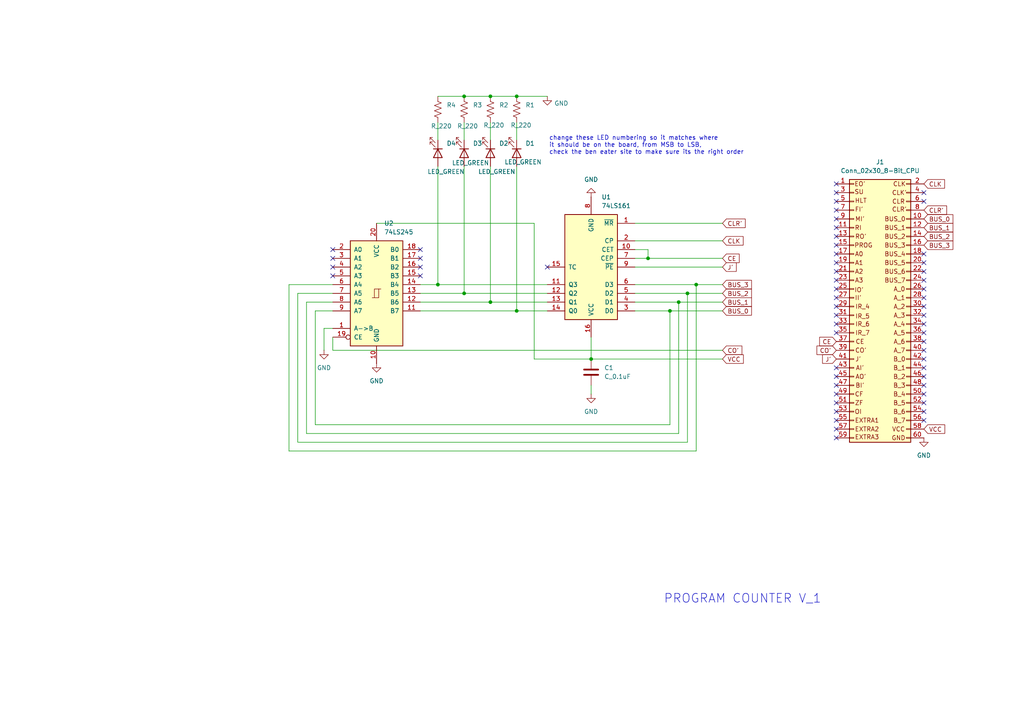
<source format=kicad_sch>
(kicad_sch (version 20231120) (generator "eeschema") (generator_version "8.0")
  (paper "A4")
  (lib_symbols
    (symbol "74xx:74LS161" (pin_names (offset 1.016))
      (property "Reference" "U" (at -7.62 16.51 0))
      (property "Value" "74LS161" (at -7.62 -16.51 0))
      (symbol "74LS161_1_0"
        (pin input line (at -12.7 -12.7 0) (length 5.08) (name "~{MR}") (number "1"))
        (pin input line (at -12.7 -5.08 0) (length 5.08) (name "CET") (number "10"))
        (pin output line (at 12.7 5.08 180) (length 5.08) (name "Q3") (number "11"))
        (pin output line (at 12.7 7.62 180) (length 5.08) (name "Q2") (number "12"))
        (pin output line (at 12.7 10.16 180) (length 5.08) (name "Q1") (number "13"))
        (pin output line (at 12.7 12.7 180) (length 5.08) (name "Q0") (number "14"))
        (pin output line (at 12.7 0 180) (length 5.08) (name "TC") (number "15"))
        (pin power_in line (at 0 20.32 270) (length 5.08) (name "VCC") (number "16"))
        (pin input line (at -12.7 -7.62 0) (length 5.08) (name "CP") (number "2"))
        (pin input line (at -12.7 12.7 0) (length 5.08) (name "D0") (number "3"))
        (pin input line (at -12.7 10.16 0) (length 5.08) (name "D1") (number "4"))
        (pin input line (at -12.7 7.62 0) (length 5.08) (name "D2") (number "5"))
        (pin input line (at -12.7 5.08 0) (length 5.08) (name "D3") (number "6"))
        (pin input line (at -12.7 -2.54 0) (length 5.08) (name "CEP") (number "7"))
        (pin power_in line (at 0 -20.32 90) (length 5.08) (name "GND") (number "8"))
        (pin input line (at -12.7 0 0) (length 5.08) (name "~{PE}") (number "9"))
      )
      (symbol "74LS161_1_1"
        (rectangle (start -7.62 15.24) (end 7.62 -15.24) (stroke (width 0.254)) (fill (type background)))
      )
    )
    (symbol "74xx:74LS245" (pin_names (offset 1.016))
      (property "Reference" "U" (at -7.62 16.51 0))
      (property "Value" "74LS245" (at -7.62 -16.51 0))
      (symbol "74LS245_1_0"
        (polyline (pts (xy -0.635 -1.27) (xy -0.635 1.27) (xy 0.635 1.27)))
        (polyline (pts (xy -1.27 -1.27) (xy 0.635 -1.27) (xy 0.635 1.27) (xy 1.27 1.27)))
        (pin input line (at -12.7 -10.16 0) (length 5.08) (name "A->B") (number "1"))
        (pin power_in line (at 0 -20.32 90) (length 5.08) (name "GND") (number "10"))
        (pin tri_state line (at 12.7 -5.08 180) (length 5.08) (name "B7") (number "11"))
        (pin tri_state line (at 12.7 -2.54 180) (length 5.08) (name "B6") (number "12"))
        (pin tri_state line (at 12.7 0 180) (length 5.08) (name "B5") (number "13"))
        (pin tri_state line (at 12.7 2.54 180) (length 5.08) (name "B4") (number "14"))
        (pin tri_state line (at 12.7 5.08 180) (length 5.08) (name "B3") (number "15"))
        (pin tri_state line (at 12.7 7.62 180) (length 5.08) (name "B2") (number "16"))
        (pin tri_state line (at 12.7 10.16 180) (length 5.08) (name "B1") (number "17"))
        (pin tri_state line (at 12.7 12.7 180) (length 5.08) (name "B0") (number "18"))
        (pin input inverted (at -12.7 -12.7 0) (length 5.08) (name "CE") (number "19"))
        (pin tri_state line (at -12.7 12.7 0) (length 5.08) (name "A0") (number "2"))
        (pin power_in line (at 0 20.32 270) (length 5.08) (name "VCC") (number "20"))
        (pin tri_state line (at -12.7 10.16 0) (length 5.08) (name "A1") (number "3"))
        (pin tri_state line (at -12.7 7.62 0) (length 5.08) (name "A2") (number "4"))
        (pin tri_state line (at -12.7 5.08 0) (length 5.08) (name "A3") (number "5"))
        (pin tri_state line (at -12.7 2.54 0) (length 5.08) (name "A4") (number "6"))
        (pin tri_state line (at -12.7 0 0) (length 5.08) (name "A5") (number "7"))
        (pin tri_state line (at -12.7 -2.54 0) (length 5.08) (name "A6") (number "8"))
        (pin tri_state line (at -12.7 -5.08 0) (length 5.08) (name "A7") (number "9"))
      )
      (symbol "74LS245_1_1"
        (rectangle (start -7.62 15.24) (end 7.62 -15.24) (stroke (width 0.254)) (fill (type background)))
      )
    )
    (symbol "8_Bit_CPU_Bus_Header:8_Bit_CPU_Bus_Pin_header" (pin_names (offset 1.016) hide)
      (property "Reference" "J" (at 7.62 38.1 0))
      (property "Value" "Conn_02x30_8-Bit_CPU " (at 2.794 -41.148 0))
      (symbol "8_Bit_CPU_Bus_Pin_header_1_1"
        (rectangle (start -7.62 -37.973) (end -6.35 -38.227) (stroke (width 0.1524)))
        (rectangle (start -7.62 -35.433) (end -6.35 -35.687) (stroke (width 0.1524)))
        (rectangle (start -7.62 -32.893) (end -6.35 -33.147) (stroke (width 0.1524)))
        (rectangle (start -7.62 -30.353) (end -6.35 -30.607) (stroke (width 0.1524)))
        (rectangle (start -7.62 -27.813) (end -6.35 -28.067) (stroke (width 0.1524)))
        (rectangle (start -7.62 -25.273) (end -6.35 -25.527) (stroke (width 0.1524)))
        (rectangle (start -7.62 -22.733) (end -6.35 -22.987) (stroke (width 0.1524)))
        (rectangle (start -7.62 -20.193) (end -6.35 -20.447) (stroke (width 0.1524)))
        (rectangle (start -7.62 -17.653) (end -6.35 -17.907) (stroke (width 0.1524)))
        (rectangle (start -7.62 -15.113) (end -6.35 -15.367) (stroke (width 0.1524)))
        (rectangle (start -7.62 -12.573) (end -6.35 -12.827) (stroke (width 0.1524)))
        (rectangle (start -7.62 -10.033) (end -6.35 -10.287) (stroke (width 0.1524)))
        (rectangle (start -7.62 -7.493) (end -6.35 -7.747) (stroke (width 0.1524)))
        (rectangle (start -7.62 -4.953) (end -6.35 -5.207) (stroke (width 0.1524)))
        (rectangle (start -7.62 -2.413) (end -6.35 -2.667) (stroke (width 0.1524)))
        (rectangle (start -7.62 0.127) (end -6.35 -0.127) (stroke (width 0.1524)))
        (rectangle (start -7.62 2.667) (end -6.35 2.413) (stroke (width 0.1524)))
        (rectangle (start -7.62 5.207) (end -6.35 4.953) (stroke (width 0.1524)))
        (rectangle (start -7.62 7.747) (end -6.35 7.493) (stroke (width 0.1524)))
        (rectangle (start -7.62 10.287) (end -6.35 10.033) (stroke (width 0.1524)))
        (rectangle (start -7.62 12.827) (end -6.35 12.573) (stroke (width 0.1524)))
        (rectangle (start -7.62 15.367) (end -6.35 15.113) (stroke (width 0.1524)))
        (rectangle (start -7.62 17.907) (end -6.35 17.653) (stroke (width 0.1524)))
        (rectangle (start -7.62 20.447) (end -6.35 20.193) (stroke (width 0.1524)))
        (rectangle (start -7.62 22.987) (end -6.35 22.733) (stroke (width 0.1524)))
        (rectangle (start -7.62 25.527) (end -6.35 25.273) (stroke (width 0.1524)))
        (rectangle (start -7.62 28.067) (end -6.35 27.813) (stroke (width 0.1524)))
        (rectangle (start -7.62 30.607) (end -6.35 30.353) (stroke (width 0.1524)))
        (rectangle (start -7.62 33.147) (end -6.35 32.893) (stroke (width 0.1524)))
        (rectangle (start -7.62 35.687) (end -6.35 35.433) (stroke (width 0.1524)))
        (rectangle (start -7.62 36.83) (end 10.16 -39.37) (stroke (width 0.254)) (fill (type background)))
        (rectangle (start 10.16 -37.973) (end 8.89 -38.227) (stroke (width 0.1524)))
        (rectangle (start 10.16 -35.433) (end 8.89 -35.687) (stroke (width 0.1524)))
        (rectangle (start 10.16 -32.893) (end 8.89 -33.147) (stroke (width 0.1524)))
        (rectangle (start 10.16 -30.353) (end 8.89 -30.607) (stroke (width 0.1524)))
        (rectangle (start 10.16 -27.813) (end 8.89 -28.067) (stroke (width 0.1524)))
        (rectangle (start 10.16 -25.273) (end 8.89 -25.527) (stroke (width 0.1524)))
        (rectangle (start 10.16 -22.733) (end 8.89 -22.987) (stroke (width 0.1524)))
        (rectangle (start 10.16 -20.193) (end 8.89 -20.447) (stroke (width 0.1524)))
        (rectangle (start 10.16 -17.653) (end 8.89 -17.907) (stroke (width 0.1524)))
        (rectangle (start 10.16 -15.113) (end 8.89 -15.367) (stroke (width 0.1524)))
        (rectangle (start 10.16 -12.573) (end 8.89 -12.827) (stroke (width 0.1524)))
        (rectangle (start 10.16 -10.033) (end 8.89 -10.287) (stroke (width 0.1524)))
        (rectangle (start 10.16 -7.493) (end 8.89 -7.747) (stroke (width 0.1524)))
        (rectangle (start 10.16 -4.953) (end 8.89 -5.207) (stroke (width 0.1524)))
        (rectangle (start 10.16 -2.413) (end 8.89 -2.667) (stroke (width 0.1524)))
        (rectangle (start 10.16 0.127) (end 8.89 -0.127) (stroke (width 0.1524)))
        (rectangle (start 10.16 2.667) (end 8.89 2.413) (stroke (width 0.1524)))
        (rectangle (start 10.16 5.207) (end 8.89 4.953) (stroke (width 0.1524)))
        (rectangle (start 10.16 7.747) (end 8.89 7.493) (stroke (width 0.1524)))
        (rectangle (start 10.16 10.287) (end 8.89 10.033) (stroke (width 0.1524)))
        (rectangle (start 10.16 12.827) (end 8.89 12.573) (stroke (width 0.1524)))
        (rectangle (start 10.16 15.367) (end 8.89 15.113) (stroke (width 0.1524)))
        (rectangle (start 10.16 17.907) (end 8.89 17.653) (stroke (width 0.1524)))
        (rectangle (start 10.16 20.447) (end 8.89 20.193) (stroke (width 0.1524)))
        (rectangle (start 10.16 22.987) (end 8.89 22.733) (stroke (width 0.1524)))
        (rectangle (start 10.16 25.527) (end 8.89 25.273) (stroke (width 0.1524)))
        (rectangle (start 10.16 28.067) (end 8.89 27.813) (stroke (width 0.1524)))
        (rectangle (start 10.16 30.607) (end 8.89 30.353) (stroke (width 0.1524)))
        (rectangle (start 10.16 33.147) (end 8.89 32.893) (stroke (width 0.1524)))
        (rectangle (start 10.16 35.687) (end 8.89 35.433) (stroke (width 0.1524)))
        (text "A0" (at -4.826 15.24 0) (effects (font (size 1.27 1.27))))
        (text "A1" (at -4.826 12.7 0) (effects (font (size 1.27 1.27))))
        (text "A2" (at -4.826 10.16 0) (effects (font (size 1.27 1.27))))
        (text "A3" (at -4.826 7.62 0) (effects (font (size 1.27 1.27))))
        (text "A_0" (at 6.858 5.08 0) (effects (font (size 1.27 1.27))))
        (text "A_1" (at 6.858 2.54 0) (effects (font (size 1.27 1.27))))
        (text "A_2" (at 6.858 0 0) (effects (font (size 1.27 1.27))))
        (text "A_3" (at 6.858 -2.54 0) (effects (font (size 1.27 1.27))))
        (text "A_4" (at 6.858 -5.08 0) (effects (font (size 1.27 1.27))))
        (text "A_5" (at 6.858 -7.62 0) (effects (font (size 1.27 1.27))))
        (text "A_6" (at 6.858 -10.16 0) (effects (font (size 1.27 1.27))))
        (text "A_7" (at 6.858 -12.7 0) (effects (font (size 1.27 1.27))))
        (text "AI'" (at -4.572 -17.78 0) (effects (font (size 1.27 1.27))))
        (text "AO'" (at -4.318 -20.32 0) (effects (font (size 1.27 1.27))))
        (text "B_0" (at 6.858 -15.24 0) (effects (font (size 1.27 1.27))))
        (text "B_1" (at 6.858 -17.78 0) (effects (font (size 1.27 1.27))))
        (text "B_2" (at 6.858 -20.32 0) (effects (font (size 1.27 1.27))))
        (text "B_3" (at 6.858 -22.86 0) (effects (font (size 1.27 1.27))))
        (text "B_4" (at 6.858 -25.4 0) (effects (font (size 1.27 1.27))))
        (text "B_5" (at 6.858 -27.94 0) (effects (font (size 1.27 1.27))))
        (text "B_6" (at 6.858 -30.48 0) (effects (font (size 1.27 1.27))))
        (text "B_7" (at 6.858 -33.02 0) (effects (font (size 1.27 1.27))))
        (text "BI'" (at -4.572 -22.86 0) (effects (font (size 1.27 1.27))))
        (text "BUS_0" (at 5.588 25.4 0) (effects (font (size 1.27 1.27))))
        (text "BUS_1" (at 5.588 22.86 0) (effects (font (size 1.27 1.27))))
        (text "BUS_2" (at 5.588 20.32 0) (effects (font (size 1.27 1.27))))
        (text "BUS_3" (at 5.588 17.78 0) (effects (font (size 1.27 1.27))))
        (text "BUS_4" (at 5.588 15.24 0) (effects (font (size 1.27 1.27))))
        (text "BUS_5" (at 5.588 12.7 0) (effects (font (size 1.27 1.27))))
        (text "BUS_6" (at 5.588 10.16 0) (effects (font (size 1.27 1.27))))
        (text "BUS_7" (at 5.588 7.62 0) (effects (font (size 1.27 1.27))))
        (text "CE" (at -4.572 -10.16 0) (effects (font (size 1.27 1.27))))
        (text "CF" (at -4.826 -25.4 0) (effects (font (size 1.27 1.27))))
        (text "CLK" (at 6.858 35.56 0) (effects (font (size 1.27 1.27))))
        (text "CLK'" (at 6.858 33.02 0) (effects (font (size 1.27 1.27))))
        (text "CLR" (at 6.604 30.48 0) (effects (font (size 1.27 1.27))))
        (text "CLR'" (at 6.858 28.194 0) (effects (font (size 1.27 1.27))))
        (text "CO'" (at -4.318 -12.7 0) (effects (font (size 1.27 1.27))))
        (text "EO'" (at -4.572 35.56 0) (effects (font (size 1.27 1.27))))
        (text "EXTRA1" (at -2.54 -33.02 0) (effects (font (size 1.27 1.27))))
        (text "EXTRA2" (at -2.54 -35.56 0) (effects (font (size 1.27 1.27))))
        (text "EXTRA3" (at -2.54 -37.846 0) (effects (font (size 1.27 1.27))))
        (text "FI'" (at -4.826 28.194 0) (effects (font (size 1.27 1.27))))
        (text "GND" (at 6.604 -38.1 0) (effects (font (size 1.27 1.27))))
        (text "HLT" (at -4.318 30.734 0) (effects (font (size 1.27 1.27))))
        (text "II'" (at -5.08 2.54 0) (effects (font (size 1.27 1.27))))
        (text "IO'" (at -4.826 4.826 0) (effects (font (size 1.27 1.27))))
        (text "IR_4" (at -3.81 0 0) (effects (font (size 1.27 1.27))))
        (text "IR_5" (at -3.81 -2.794 0) (effects (font (size 1.27 1.27))))
        (text "IR_6" (at -3.81 -5.08 0) (effects (font (size 1.27 1.27))))
        (text "IR_7" (at -3.81 -7.62 0) (effects (font (size 1.27 1.27))))
        (text "J'" (at -5.08 -15.24 0) (effects (font (size 1.27 1.27))))
        (text "MI'" (at -4.572 25.4 0) (effects (font (size 1.27 1.27))))
        (text "OI" (at -5.08 -30.48 0) (effects (font (size 1.27 1.27))))
        (text "PROG" (at -3.556 17.78 0) (effects (font (size 1.27 1.27))))
        (text "RI" (at -5.08 22.86 0) (effects (font (size 1.27 1.27))))
        (text "RO'" (at -4.318 20.32 0) (effects (font (size 1.27 1.27))))
        (text "SU" (at -4.826 33.274 0) (effects (font (size 1.27 1.27))))
        (text "VCC" (at 6.604 -35.56 0) (effects (font (size 1.27 1.27))))
        (text "ZF" (at -4.826 -27.94 0) (effects (font (size 1.27 1.27))))
        (pin passive line (at -11.43 35.56 0) (length 3.81) (name "Pin_1") (number "1"))
        (pin passive line (at 13.97 25.4 180) (length 3.81) (name "Pin_10") (number "10"))
        (pin passive line (at -11.43 22.86 0) (length 3.81) (name "Pin_11") (number "11"))
        (pin passive line (at 13.97 22.86 180) (length 3.81) (name "Pin_12") (number "12"))
        (pin passive line (at -11.43 20.32 0) (length 3.81) (name "Pin_13") (number "13"))
        (pin passive line (at 13.97 20.32 180) (length 3.81) (name "Pin_14") (number "14"))
        (pin passive line (at -11.43 17.78 0) (length 3.81) (name "Pin_15") (number "15"))
        (pin passive line (at 13.97 17.78 180) (length 3.81) (name "Pin_16") (number "16"))
        (pin passive line (at -11.43 15.24 0) (length 3.81) (name "Pin_17") (number "17"))
        (pin passive line (at 13.97 15.24 180) (length 3.81) (name "Pin_18") (number "18"))
        (pin passive line (at -11.43 12.7 0) (length 3.81) (name "Pin_19") (number "19"))
        (pin passive line (at 13.97 35.56 180) (length 3.81) (name "Pin_2") (number "2"))
        (pin passive line (at 13.97 12.7 180) (length 3.81) (name "Pin_20") (number "20"))
        (pin passive line (at -11.43 10.16 0) (length 3.81) (name "Pin_21") (number "21"))
        (pin passive line (at 13.97 10.16 180) (length 3.81) (name "Pin_22") (number "22"))
        (pin passive line (at -11.43 7.62 0) (length 3.81) (name "Pin_23") (number "23"))
        (pin passive line (at 13.97 7.62 180) (length 3.81) (name "Pin_24") (number "24"))
        (pin passive line (at -11.43 5.08 0) (length 3.81) (name "Pin_25") (number "25"))
        (pin passive line (at 13.97 5.08 180) (length 3.81) (name "Pin_26") (number "26"))
        (pin passive line (at -11.43 2.54 0) (length 3.81) (name "Pin_27") (number "27"))
        (pin passive line (at 13.97 2.54 180) (length 3.81) (name "Pin_28") (number "28"))
        (pin passive line (at -11.43 0 0) (length 3.81) (name "Pin_29") (number "29"))
        (pin passive line (at -11.43 33.02 0) (length 3.81) (name "Pin_3") (number "3"))
        (pin passive line (at 13.97 0 180) (length 3.81) (name "Pin_30") (number "30"))
        (pin passive line (at -11.43 -2.54 0) (length 3.81) (name "Pin_31") (number "31"))
        (pin passive line (at 13.97 -2.54 180) (length 3.81) (name "Pin_32") (number "32"))
        (pin passive line (at -11.43 -5.08 0) (length 3.81) (name "Pin_33") (number "33"))
        (pin passive line (at 13.97 -5.08 180) (length 3.81) (name "Pin_34") (number "34"))
        (pin passive line (at -11.43 -7.62 0) (length 3.81) (name "Pin_35") (number "35"))
        (pin passive line (at 13.97 -7.62 180) (length 3.81) (name "Pin_36") (number "36"))
        (pin passive line (at -11.43 -10.16 0) (length 3.81) (name "Pin_37") (number "37"))
        (pin passive line (at 13.97 -10.16 180) (length 3.81) (name "Pin_38") (number "38"))
        (pin passive line (at -11.43 -12.7 0) (length 3.81) (name "Pin_39") (number "39"))
        (pin passive line (at 13.97 33.02 180) (length 3.81) (name "Pin_4") (number "4"))
        (pin passive line (at 13.97 -12.7 180) (length 3.81) (name "Pin_40") (number "40"))
        (pin passive line (at -11.43 -15.24 0) (length 3.81) (name "Pin_41") (number "41"))
        (pin passive line (at 13.97 -15.24 180) (length 3.81) (name "Pin_42") (number "42"))
        (pin passive line (at -11.43 -17.78 0) (length 3.81) (name "Pin_43") (number "43"))
        (pin passive line (at 13.97 -17.78 180) (length 3.81) (name "Pin_44") (number "44"))
        (pin passive line (at -11.43 -20.32 0) (length 3.81) (name "Pin_45") (number "45"))
        (pin passive line (at 13.97 -20.32 180) (length 3.81) (name "Pin_46") (number "46"))
        (pin passive line (at -11.43 -22.86 0) (length 3.81) (name "Pin_47") (number "47"))
        (pin passive line (at 13.97 -22.86 180) (length 3.81) (name "Pin_48") (number "48"))
        (pin passive line (at -11.43 -25.4 0) (length 3.81) (name "Pin_49") (number "49"))
        (pin passive line (at -11.43 30.48 0) (length 3.81) (name "Pin_5") (number "5"))
        (pin passive line (at 13.97 -25.4 180) (length 3.81) (name "Pin_50") (number "50"))
        (pin passive line (at -11.43 -27.94 0) (length 3.81) (name "Pin_51") (number "51"))
        (pin passive line (at 13.97 -27.94 180) (length 3.81) (name "Pin_52") (number "52"))
        (pin passive line (at -11.43 -30.48 0) (length 3.81) (name "Pin_53") (number "53"))
        (pin passive line (at 13.97 -30.48 180) (length 3.81) (name "Pin_54") (number "54"))
        (pin passive line (at -11.43 -33.02 0) (length 3.81) (name "Pin_55") (number "55"))
        (pin passive line (at 13.97 -33.02 180) (length 3.81) (name "Pin_56") (number "56"))
        (pin passive line (at -11.43 -35.56 0) (length 3.81) (name "Pin_57") (number "57"))
        (pin passive line (at 13.97 -35.56 180) (length 3.81) (name "Pin_58") (number "58"))
        (pin passive line (at -11.43 -38.1 0) (length 3.81) (name "Pin_59") (number "59"))
        (pin passive line (at 13.97 30.48 180) (length 3.81) (name "Pin_6") (number "6"))
        (pin passive line (at 13.97 -38.1 180) (length 3.81) (name "Pin_60") (number "60"))
        (pin passive line (at -11.43 27.94 0) (length 3.81) (name "Pin_7") (number "7"))
        (pin passive line (at 13.97 27.94 180) (length 3.81) (name "Pin_8") (number "8"))
        (pin passive line (at -11.43 25.4 0) (length 3.81) (name "Pin_9") (number "9"))
      )
    )
    (symbol "Device:C" (pin_numbers hide) (pin_names (offset 0.254))
      (property "Reference" "C" (at 0.635 2.54 0))
      (property "Value" "C" (at 0.635 -2.54 0))
      (symbol "C_0_1"
        (polyline (pts (xy -2.032 -0.762) (xy 2.032 -0.762)) (stroke (width 0.508)))
        (polyline (pts (xy -2.032 0.762) (xy 2.032 0.762)) (stroke (width 0.508)))
      )
      (symbol "C_1_1"
        (pin passive line (at 0 3.81 270) (length 2.794) (name "~") (number "1"))
        (pin passive line (at 0 -3.81 90) (length 2.794) (name "~") (number "2"))
      )
    )
    (symbol "Device:LED" (pin_numbers hide) (pin_names (offset 1.016) hide)
      (property "Reference" "D" (at 0 2.54 0))
      (property "Value" "LED" (at 0 -2.54 0))
      (symbol "LED_0_1"
        (polyline (pts (xy -1.27 -1.27) (xy -1.27 1.27)) (stroke (width 0.254)))
        (polyline (pts (xy -1.27 0) (xy 1.27 0)))
        (polyline (pts (xy 1.27 -1.27) (xy 1.27 1.27) (xy -1.27 0) (xy 1.27 -1.27)) (stroke (width 0.254)))
        (polyline (pts (xy -3.048 -0.762) (xy -4.572 -2.286) (xy -3.81 -2.286) (xy -4.572 -2.286) (xy -4.572 -1.524)))
        (polyline (pts (xy -1.778 -0.762) (xy -3.302 -2.286) (xy -2.54 -2.286) (xy -3.302 -2.286) (xy -3.302 -1.524)))
      )
      (symbol "LED_1_1"
        (pin passive line (at -3.81 0 0) (length 2.54) (name "K") (number "1"))
        (pin passive line (at 3.81 0 180) (length 2.54) (name "A") (number "2"))
      )
    )
    (symbol "Device:R_US" (pin_numbers hide) (pin_names (offset 0))
      (property "Reference" "R" (at 2.54 0 90))
      (property "Value" "R_US" (at -2.54 0 90))
      (symbol "R_US_0_1"
        (polyline (pts (xy 0 -2.286) (xy 0 -2.54)))
        (polyline (pts (xy 0 2.286) (xy 0 2.54)))
        (polyline (pts (xy 0 -0.762) (xy 1.016 -1.143) (xy 0 -1.524) (xy -1.016 -1.905) (xy 0 -2.286)))
        (polyline (pts (xy 0 0.762) (xy 1.016 0.381) (xy 0 0) (xy -1.016 -0.381) (xy 0 -0.762)))
        (polyline (pts (xy 0 2.286) (xy 1.016 1.905) (xy 0 1.524) (xy -1.016 1.143) (xy 0 0.762)))
      )
      (symbol "R_US_1_1"
        (pin passive line (at 0 3.81 270) (length 1.27) (name "~") (number "1"))
        (pin passive line (at 0 -3.81 90) (length 1.27) (name "~") (number "2"))
      )
    )
    (symbol "power:GND" (power) (pin_numbers hide) (pin_names (offset 0) hide)
      (property "Value" "GND" (at 0 -3.81 0))
      (symbol "GND_0_1"
        (polyline (pts (xy 0 0) (xy 0 -1.27) (xy 1.27 -1.27) (xy 0 -2.54) (xy -1.27 -1.27) (xy 0 -1.27)))
      )
      (symbol "GND_1_1"
        (pin power_in line (at 0 0 270) (length 0) (name "~") (number "1"))
      )
    )
  )
  (junction (at 187.96 74.93))
  (junction (at 142.24 87.63))
  (junction (at 149.86 27.94))
  (junction (at 142.24 27.94))
  (junction (at 196.85 87.63))
  (junction (at 134.62 85.09))
  (junction (at 149.86 90.17))
  (junction (at 127 82.55))
  (junction (at 199.39 85.09))
  (junction (at 134.62 27.94))
  (junction (at 171.45 104.14))
  (junction (at 194.31 90.17))
  (junction (at 201.93 82.55))
  (no_connect (at 242.57 68.58))
  (no_connect (at 267.97 55.88))
  (no_connect (at 267.97 91.44))
  (no_connect (at 267.97 93.98))
  (no_connect (at 267.97 78.74))
  (no_connect (at 242.57 121.92))
  (no_connect (at 242.57 81.28))
  (no_connect (at 242.57 63.5))
  (no_connect (at 242.57 78.74))
  (no_connect (at 267.97 116.84))
  (no_connect (at 242.57 124.46))
  (no_connect (at 121.92 74.93))
  (no_connect (at 96.52 80.01))
  (no_connect (at 242.57 96.52))
  (no_connect (at 267.97 104.14))
  (no_connect (at 267.97 121.92))
  (no_connect (at 242.57 76.2))
  (no_connect (at 267.97 81.28))
  (no_connect (at 242.57 106.68))
  (no_connect (at 242.57 114.3))
  (no_connect (at 267.97 73.66))
  (no_connect (at 267.97 96.52))
  (no_connect (at 242.57 58.42))
  (no_connect (at 121.92 77.47))
  (no_connect (at 267.97 86.36))
  (no_connect (at 267.97 83.82))
  (no_connect (at 267.97 109.22))
  (no_connect (at 242.57 91.44))
  (no_connect (at 96.52 74.93))
  (no_connect (at 242.57 73.66))
  (no_connect (at 242.57 86.36))
  (no_connect (at 242.57 71.12))
  (no_connect (at 267.97 114.3))
  (no_connect (at 242.57 93.98))
  (no_connect (at 242.57 66.04))
  (no_connect (at 242.57 53.34))
  (no_connect (at 267.97 106.68))
  (no_connect (at 267.97 101.6))
  (no_connect (at 121.92 72.39))
  (no_connect (at 242.57 60.96))
  (no_connect (at 242.57 88.9))
  (no_connect (at 242.57 127))
  (no_connect (at 267.97 119.38))
  (no_connect (at 242.57 55.88))
  (no_connect (at 267.97 76.2))
  (no_connect (at 96.52 72.39))
  (no_connect (at 121.92 80.01))
  (no_connect (at 267.97 58.42))
  (no_connect (at 267.97 99.06))
  (no_connect (at 158.75 77.47))
  (no_connect (at 242.57 111.76))
  (no_connect (at 267.97 111.76))
  (no_connect (at 242.57 116.84))
  (no_connect (at 242.57 83.82))
  (no_connect (at 242.57 119.38))
  (no_connect (at 96.52 77.47))
  (no_connect (at 242.57 109.22))
  (no_connect (at 267.97 88.9))
  (wire (pts (xy 93.98 95.25) (xy 93.98 101.6)))
  (wire (pts (xy 201.93 82.55) (xy 201.93 130.81)))
  (wire (pts (xy 184.15 85.09) (xy 199.39 85.09)))
  (wire (pts (xy 194.31 90.17) (xy 194.31 123.19)))
  (wire (pts (xy 154.94 104.14) (xy 171.45 104.14)))
  (wire (pts (xy 184.15 74.93) (xy 187.96 74.93)))
  (wire (pts (xy 201.93 130.81) (xy 83.82 130.81)))
  (wire (pts (xy 196.85 87.63) (xy 209.55 87.63)))
  (wire (pts (xy 184.15 77.47) (xy 209.55 77.47)))
  (wire (pts (xy 196.85 87.63) (xy 196.85 125.73)))
  (wire (pts (xy 154.94 64.77) (xy 154.94 104.14)))
  (wire (pts (xy 134.62 27.94) (xy 142.24 27.94)))
  (wire (pts (xy 121.92 90.17) (xy 149.86 90.17)))
  (wire (pts (xy 121.92 85.09) (xy 134.62 85.09)))
  (wire (pts (xy 184.15 69.85) (xy 209.55 69.85)))
  (wire (pts (xy 127 82.55) (xy 158.75 82.55)))
  (wire (pts (xy 134.62 35.56) (xy 134.62 40.64)))
  (wire (pts (xy 149.86 35.56) (xy 149.86 40.64)))
  (wire (pts (xy 83.82 130.81) (xy 83.82 82.55)))
  (wire (pts (xy 184.15 64.77) (xy 209.55 64.77)))
  (wire (pts (xy 184.15 82.55) (xy 201.93 82.55)))
  (wire (pts (xy 134.62 85.09) (xy 158.75 85.09)))
  (wire (pts (xy 184.15 90.17) (xy 194.31 90.17)))
  (wire (pts (xy 171.45 104.14) (xy 209.55 104.14)))
  (wire (pts (xy 121.92 87.63) (xy 142.24 87.63)))
  (wire (pts (xy 88.9 125.73) (xy 196.85 125.73)))
  (wire (pts (xy 171.45 97.79) (xy 171.45 104.14)))
  (wire (pts (xy 142.24 35.56) (xy 142.24 40.64)))
  (wire (pts (xy 194.31 90.17) (xy 209.55 90.17)))
  (wire (pts (xy 86.36 85.09) (xy 86.36 128.27)))
  (wire (pts (xy 142.24 27.94) (xy 149.86 27.94)))
  (wire (pts (xy 184.15 87.63) (xy 196.85 87.63)))
  (wire (pts (xy 91.44 90.17) (xy 91.44 123.19)))
  (wire (pts (xy 109.22 64.77) (xy 154.94 64.77)))
  (wire (pts (xy 88.9 87.63) (xy 88.9 125.73)))
  (wire (pts (xy 171.45 114.3) (xy 171.45 111.76)))
  (wire (pts (xy 96.52 90.17) (xy 91.44 90.17)))
  (wire (pts (xy 96.52 85.09) (xy 86.36 85.09)))
  (wire (pts (xy 142.24 87.63) (xy 158.75 87.63)))
  (wire (pts (xy 142.24 48.26) (xy 142.24 87.63)))
  (wire (pts (xy 199.39 85.09) (xy 199.39 128.27)))
  (wire (pts (xy 187.96 74.93) (xy 209.55 74.93)))
  (wire (pts (xy 187.96 72.39) (xy 187.96 74.93)))
  (wire (pts (xy 199.39 85.09) (xy 209.55 85.09)))
  (wire (pts (xy 134.62 48.26) (xy 134.62 85.09)))
  (wire (pts (xy 96.52 97.79) (xy 96.52 101.6)))
  (wire (pts (xy 149.86 90.17) (xy 158.75 90.17)))
  (wire (pts (xy 127 48.26) (xy 127 82.55)))
  (wire (pts (xy 83.82 82.55) (xy 96.52 82.55)))
  (wire (pts (xy 149.86 27.94) (xy 158.75 27.94)))
  (wire (pts (xy 96.52 87.63) (xy 88.9 87.63)))
  (wire (pts (xy 121.92 82.55) (xy 127 82.55)))
  (wire (pts (xy 201.93 82.55) (xy 209.55 82.55)))
  (wire (pts (xy 127 27.94) (xy 134.62 27.94)))
  (wire (pts (xy 86.36 128.27) (xy 199.39 128.27)))
  (wire (pts (xy 149.86 48.26) (xy 149.86 90.17)))
  (wire (pts (xy 96.52 95.25) (xy 93.98 95.25)))
  (wire (pts (xy 91.44 123.19) (xy 194.31 123.19)))
  (wire (pts (xy 96.52 101.6) (xy 209.55 101.6)))
  (wire (pts (xy 127 35.56) (xy 127 40.64)))
  (wire (pts (xy 184.15 72.39) (xy 187.96 72.39)))
  (text "PROGRAM COUNTER V_1" (at 215.392 173.736 0) (effects (font (size 2.54 2.54))))
  (text "change these LED numbering so it matches where \nit should be on the board, from MSB to LSB, \ncheck the ben eater site to make sure its the right order" (at 159.258 42.164 0) (effects (font (size 1.27 1.27)) (justify left)))
  (global_label "VCC" (shape input) (at 267.97 124.46 0) (property "Intersheetrefs" "${INTERSHEET_REFS}" (effects (hide yes))))
  (global_label "VCC" (shape input) (at 209.55 104.14 0) (property "Intersheetrefs" "${INTERSHEET_REFS}" (effects (hide yes))))
  (global_label "BUS_1" (shape input) (at 267.97 66.04 0) (property "Intersheetrefs" "${INTERSHEET_REFS}" (effects (hide yes))))
  (global_label "J'" (shape input) (at 209.55 77.47 0) (property "Intersheetrefs" "${INTERSHEET_REFS}" (effects (hide yes))))
  (global_label "J'" (shape input) (at 242.57 104.14 180) (property "Intersheetrefs" "${INTERSHEET_REFS}" (effects (hide yes))))
  (global_label "BUS_3" (shape input) (at 267.97 71.12 0) (property "Intersheetrefs" "${INTERSHEET_REFS}" (effects (hide yes))))
  (global_label "CE" (shape input) (at 209.55 74.93 0) (property "Intersheetrefs" "${INTERSHEET_REFS}" (effects (hide yes))))
  (global_label "CLK" (shape input) (at 209.55 69.85 0) (property "Intersheetrefs" "${INTERSHEET_REFS}" (effects (hide yes))))
  (global_label "BUS_2" (shape input) (at 209.55 85.09 0) (property "Intersheetrefs" "${INTERSHEET_REFS}" (effects (hide yes))))
  (global_label "CLK" (shape input) (at 267.97 53.34 0) (property "Intersheetrefs" "${INTERSHEET_REFS}" (effects (hide yes))))
  (global_label "CLR'" (shape input) (at 209.55 64.77 0) (property "Intersheetrefs" "${INTERSHEET_REFS}" (effects (hide yes))))
  (global_label "BUS_1" (shape input) (at 209.55 87.63 0) (property "Intersheetrefs" "${INTERSHEET_REFS}" (effects (hide yes))))
  (global_label "CE" (shape input) (at 242.57 99.06 180) (property "Intersheetrefs" "${INTERSHEET_REFS}" (effects (hide yes))))
  (global_label "CO'" (shape input) (at 242.57 101.6 180) (property "Intersheetrefs" "${INTERSHEET_REFS}" (effects (hide yes))))
  (global_label "BUS_0" (shape input) (at 209.55 90.17 0) (property "Intersheetrefs" "${INTERSHEET_REFS}" (effects (hide yes))))
  (global_label "BUS_0" (shape input) (at 267.97 63.5 0) (property "Intersheetrefs" "${INTERSHEET_REFS}" (effects (hide yes))))
  (global_label "BUS_3" (shape input) (at 209.55 82.55 0) (property "Intersheetrefs" "${INTERSHEET_REFS}" (effects (hide yes))))
  (global_label "BUS_2" (shape input) (at 267.97 68.58 0) (property "Intersheetrefs" "${INTERSHEET_REFS}" (effects (hide yes))))
  (global_label "CLR'" (shape input) (at 267.97 60.96 0) (property "Intersheetrefs" "${INTERSHEET_REFS}" (effects (hide yes))))
  (global_label "CO'" (shape input) (at 209.55 101.6 0) (property "Intersheetrefs" "${INTERSHEET_REFS}" (effects (hide yes))))
  (symbol (lib_id "power:GND") (at 171.45 57.15 180) (unit 1)
    (property "Reference" "#PWR05" (effects (hide yes)))
    (property "Value" "GND" (at 171.45 52.07 0))
    (property "Description" "Power symbol creates a global label with name \"GND\" , ground" (effects (hide yes)))
  )
  (symbol (lib_id "Device:R_US") (at 127 31.75 0) (unit 1)
    (property "Reference" "R4" (at 129.54 30.4799 0) (effects (justify left)))
    (property "Value" "R_220" (at 124.968 36.576 0) (effects (justify left)))
    (property "Footprint" "Resistor_THT:R_Axial_DIN0207_L6.3mm_D2.5mm_P10.16mm_Horizontal" (effects (hide yes)))
    (property "Description" "Resistor, US symbol" (effects (hide yes)))
  )
  (symbol (lib_id "Device:LED") (at 142.24 44.45 270) (unit 1)
    (property "Reference" "D2" (at 144.78 41.5924 90) (effects (justify left)))
    (property "Value" "LED_GREEN" (at 138.684 49.784 90) (effects (justify left)))
    (property "Footprint" "LED_THT:LED_D5.0mm" (effects (hide yes)))
    (property "Description" "Light emitting diode" (effects (hide yes)))
  )
  (symbol (lib_id "Device:R_US") (at 149.86 31.75 0) (unit 1)
    (property "Reference" "R1" (at 152.4 30.4799 0) (effects (justify left)))
    (property "Value" "R_220" (at 148.082 36.322 0) (effects (justify left)))
    (property "Footprint" "Resistor_THT:R_Axial_DIN0207_L6.3mm_D2.5mm_P10.16mm_Horizontal" (effects (hide yes)))
    (property "Description" "Resistor, US symbol" (effects (hide yes)))
  )
  (symbol (lib_id "Device:LED") (at 134.62 44.45 270) (unit 1)
    (property "Reference" "D3" (at 137.16 41.5924 90) (effects (justify left)))
    (property "Value" "LED_GREEN" (at 131.064 47.244 90) (effects (justify left)))
    (property "Footprint" "LED_THT:LED_D5.0mm" (effects (hide yes)))
    (property "Description" "Light emitting diode" (effects (hide yes)))
  )
  (symbol (lib_id "Device:LED") (at 127 44.45 270) (unit 1)
    (property "Reference" "D4" (at 129.54 41.5924 90) (effects (justify left)))
    (property "Value" "LED_GREEN" (at 123.952 49.784 90) (effects (justify left)))
    (property "Footprint" "LED_THT:LED_D5.0mm" (effects (hide yes)))
    (property "Description" "Light emitting diode" (effects (hide yes)))
  )
  (symbol (lib_id "power:GND") (at 171.45 114.3 0) (unit 1)
    (property "Reference" "#PWR02" (effects (hide yes)))
    (property "Value" "GND" (at 171.45 119.38 0))
    (property "Description" "Power symbol creates a global label with name \"GND\" , ground" (effects (hide yes)))
  )
  (symbol (lib_id "74xx:74LS161") (at 171.45 77.47 180) (unit 1)
    (property "Reference" "U1" (at 174.4665 57.15 0) (effects (justify right)))
    (property "Value" "74LS161" (at 174.4665 59.69 0) (effects (justify right)))
    (property "Footprint" "Package_DIP:DIP-16_W7.62mm" (effects (hide yes)))
    (property "Datasheet" "http://www.ti.com/lit/gpn/sn74LS161" (effects (hide yes)))
    (property "Description" "Synchronous 4-bit programmable binary Counter" (effects (hide yes)))
  )
  (symbol (lib_id "8_Bit_CPU_Bus_Header:8_Bit_CPU_Bus_Pin_header") (at 254 88.9 0) (unit 1)
    (property "Reference" "J1" (at 255.27 46.99 0))
    (property "Value" "Conn_02x30_8-Bit_CPU" (at 255.27 49.53 0))
    (property "Footprint" "8_Bit_CPU_Bus_Header:8_Bit_CPU_Bus_PinSocket_Bottom_Side" (effects (hide yes)))
    (property "Description" "8-Bit CPU Main Bus Pin-Header" (effects (hide yes)))
  )
  (symbol (lib_id "power:GND") (at 93.98 101.6 0) (unit 1)
    (property "Reference" "#PWR03" (effects (hide yes)))
    (property "Value" "GND" (at 93.98 106.68 0))
    (property "Description" "Power symbol creates a global label with name \"GND\" , ground" (effects (hide yes)))
  )
  (symbol (lib_id "Device:R_US") (at 142.24 31.75 0) (unit 1)
    (property "Reference" "R2" (at 144.78 30.4799 0) (effects (justify left)))
    (property "Value" "R_220" (at 140.208 36.322 0) (effects (justify left)))
    (property "Footprint" "Resistor_THT:R_Axial_DIN0207_L6.3mm_D2.5mm_P10.16mm_Horizontal" (effects (hide yes)))
    (property "Description" "Resistor, US symbol" (effects (hide yes)))
  )
  (symbol (lib_id "power:GND") (at 158.75 27.94 0) (unit 1)
    (property "Reference" "#PWR01" (effects (hide yes)))
    (property "Value" "GND" (at 162.814 29.972 0))
    (property "Description" "Power symbol creates a global label with name \"GND\" , ground" (effects (hide yes)))
  )
  (symbol (lib_id "74xx:74LS245") (at 109.22 85.09 0) (unit 1)
    (property "Reference" "U2" (at 111.4141 64.77 0) (effects (justify left)))
    (property "Value" "74LS245" (at 111.4141 67.31 0) (effects (justify left)))
    (property "Footprint" "Package_DIP:DIP-20_W7.62mm" (effects (hide yes)))
    (property "Datasheet" "http://www.ti.com/lit/gpn/sn74LS245" (effects (hide yes)))
    (property "Description" "Octal BUS Transceivers, 3-State outputs" (effects (hide yes)))
  )
  (symbol (lib_id "power:GND") (at 109.22 105.41 0) (unit 1)
    (property "Reference" "#PWR04" (effects (hide yes)))
    (property "Value" "GND" (at 109.22 110.49 0))
    (property "Description" "Power symbol creates a global label with name \"GND\" , ground" (effects (hide yes)))
  )
  (symbol (lib_id "Device:R_US") (at 134.62 31.75 0) (unit 1)
    (property "Reference" "R3" (at 137.16 30.4799 0) (effects (justify left)))
    (property "Value" "R_220" (at 132.588 36.576 0) (effects (justify left)))
    (property "Footprint" "Resistor_THT:R_Axial_DIN0207_L6.3mm_D2.5mm_P10.16mm_Horizontal" (effects (hide yes)))
    (property "Description" "Resistor, US symbol" (effects (hide yes)))
  )
  (symbol (lib_id "Device:C") (at 171.45 107.95 0) (unit 1)
    (property "Reference" "C1" (at 175.26 106.6799 0) (effects (justify left)))
    (property "Value" "C_0.1uF" (at 175.26 109.2199 0) (effects (justify left)))
    (property "Footprint" "Capacitor_THT:C_Disc_D4.3mm_W1.9mm_P5.00mm" (effects (hide yes)))
    (property "Description" "Unpolarized capacitor" (effects (hide yes)))
  )
  (symbol (lib_id "power:GND") (at 267.97 127 0) (unit 1)
    (property "Reference" "#PWR06" (effects (hide yes)))
    (property "Value" "GND" (at 267.97 132.08 0))
    (property "Description" "Power symbol creates a global label with name \"GND\" , ground" (effects (hide yes)))
  )
  (symbol (lib_id "Device:LED") (at 149.86 44.45 270) (unit 1)
    (property "Reference" "D1" (at 152.4 41.5924 90) (effects (justify left)))
    (property "Value" "LED_GREEN" (at 146.304 46.99 90) (effects (justify left)))
    (property "Footprint" "LED_THT:LED_D5.0mm" (effects (hide yes)))
    (property "Description" "Light emitting diode" (effects (hide yes)))
  )
)
</source>
